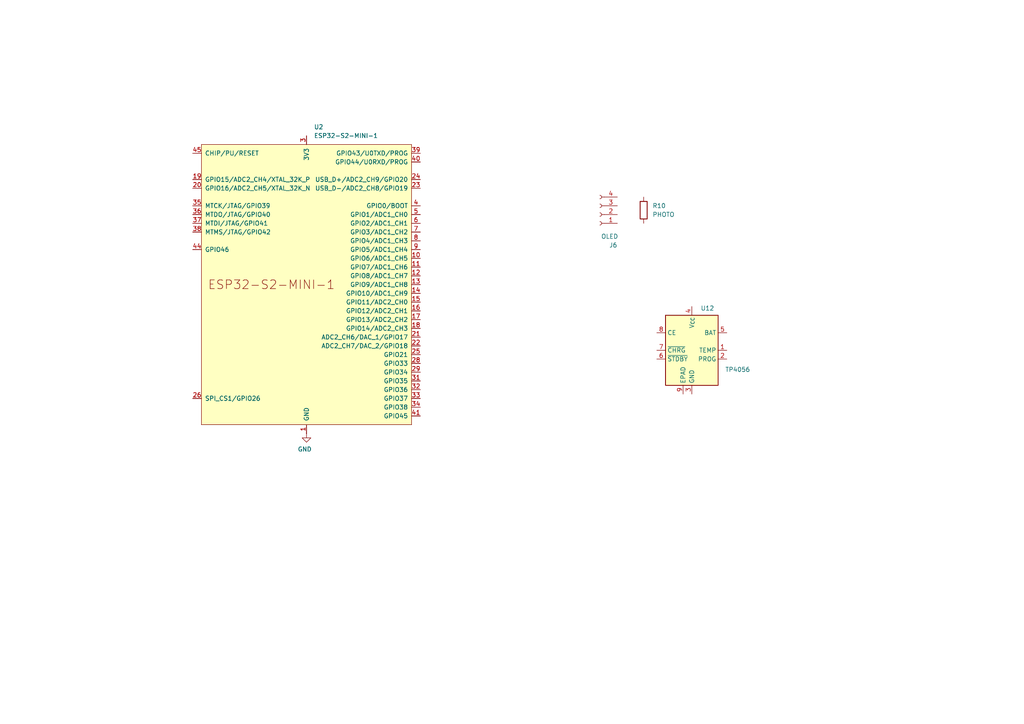
<source format=kicad_sch>
(kicad_sch (version 20250114) (generator "eeschema") (generator_version "9.0")
  (paper "A4")
  (lib_symbols
    (symbol "Battery_Management:TP4056-42-ESOP8"
      (property "Reference" "U" (at -6.604 11.684 0))
      (property "Value" "TP4056-42-ESOP8" (at 10.16 11.684 0))
      (symbol "TP4056-42-ESOP8_1_0"
        (pin input line (at -10.16 5.08 0) (length 2.54) (name "CE") (number "8"))
        (pin open_collector line (at -10.16 0 0) (length 2.54) (name "~{CHRG}") (number "7"))
        (pin open_collector line (at -10.16 -2.54 0) (length 2.54) (name "~{STDBY}") (number "6"))
        (pin passive line (at -2.54 -12.7 90) (length 2.54) (name "EPAD") (number "9"))
        (pin power_in line (at 0 12.7 270) (length 2.54) (name "V_{CC}") (number "4"))
        (pin power_in line (at 0 -12.7 90) (length 2.54) (name "GND") (number "3"))
        (pin power_out line (at 10.16 5.08 180) (length 2.54) (name "BAT") (number "5"))
        (pin input line (at 10.16 0 180) (length 2.54) (name "TEMP") (number "1"))
        (pin passive line (at 10.16 -2.54 180) (length 2.54) (name "PROG") (number "2"))
      )
      (symbol "TP4056-42-ESOP8_1_1"
        (rectangle (start -7.62 10.16) (end 7.62 -10.16) (stroke (width 0.254)) (fill (type background)))
      )
    )
    (symbol "Connector:Conn_01x04_Socket" (pin_names (offset 1.016) (hide yes))
      (property "Reference" "J" (at 0 5.08 0))
      (property "Value" "Conn_01x04_Socket" (at 0 -7.62 0))
      (symbol "Conn_01x04_Socket_1_1"
        (polyline (pts (xy -1.27 2.54) (xy -0.508 2.54)) (stroke (width 0.1524)))
        (polyline (pts (xy -1.27 0) (xy -0.508 0)) (stroke (width 0.1524)))
        (polyline (pts (xy -1.27 -2.54) (xy -0.508 -2.54)) (stroke (width 0.1524)))
        (polyline (pts (xy -1.27 -5.08) (xy -0.508 -5.08)) (stroke (width 0.1524)))
        (arc (start 0 2.032) (mid -0.5058 2.54) (end 0 3.048) (stroke (width 0.1524)))
        (arc (start 0 -0.508) (mid -0.5058 0) (end 0 0.508) (stroke (width 0.1524)))
        (arc (start 0 -3.048) (mid -0.5058 -2.54) (end 0 -2.032) (stroke (width 0.1524)))
        (arc (start 0 -5.588) (mid -0.5058 -5.08) (end 0 -4.572) (stroke (width 0.1524)))
        (pin passive line (at -5.08 2.54 0) (length 3.81) (name "Pin_1") (number "1"))
        (pin passive line (at -5.08 0 0) (length 3.81) (name "Pin_2") (number "2"))
        (pin passive line (at -5.08 -2.54 0) (length 3.81) (name "Pin_3") (number "3"))
        (pin passive line (at -5.08 -5.08 0) (length 3.81) (name "Pin_4") (number "4"))
      )
    )
    (symbol "Device:R" (pin_numbers (hide yes)) (pin_names (offset 0))
      (property "Reference" "R" (at 2.032 0 90))
      (property "Value" "R" (at 0 0 90))
      (symbol "R_0_1"
        (rectangle (start -1.016 -2.54) (end 1.016 2.54) (stroke (width 0.254)))
      )
      (symbol "R_1_1"
        (pin passive line (at 0 3.81 270) (length 1.27) (name "~") (number "1"))
        (pin passive line (at 0 -3.81 90) (length 1.27) (name "~") (number "2"))
      )
    )
    (symbol "Espressif:ESP32-S2-MINI-1" (pin_names (offset 1.016))
      (property "Reference" "U" (at -30.48 45.72 0))
      (property "Value" "ESP32-S2-MINI-1" (at -30.48 43.18 0))
      (symbol "ESP32-S2-MINI-1_0_0"
        (pin bidirectional line (at -33.02 38.1 0) (length 2.54) (name "CHIP/PU/RESET") (number "45"))
        (pin input line (at -33.02 10.16 0) (length 2.54) (name "GPIO46") (number "44"))
        (pin power_in line (at 0 -43.18 90) (length 2.54) (name "GND") (number "1"))
        (pin passive line (at 0 -43.18 90) (length 2.54) (hide yes) (name "GND") (number "43"))
        (pin passive line (at 0 -43.18 90) (length 2.54) (hide yes) (name "GND") (number "46"))
        (pin passive line (at 0 -43.18 90) (length 2.54) (hide yes) (name "GND") (number "47"))
        (pin passive line (at 0 -43.18 90) (length 2.54) (hide yes) (name "GND") (number "48"))
        (pin passive line (at 0 -43.18 90) (length 2.54) (hide yes) (name "GND") (number "49"))
        (pin passive line (at 0 -43.18 90) (length 2.54) (hide yes) (name "GND") (number "50"))
        (pin passive line (at 0 -43.18 90) (length 2.54) (hide yes) (name "GND") (number "51"))
        (pin passive line (at 0 -43.18 90) (length 2.54) (hide yes) (name "GND") (number "52"))
        (pin passive line (at 0 -43.18 90) (length 2.54) (hide yes) (name "GND") (number "53"))
        (pin passive line (at 0 -43.18 90) (length 2.54) (hide yes) (name "GND") (number "54"))
        (pin passive line (at 0 -43.18 90) (length 2.54) (hide yes) (name "GND") (number "55"))
        (pin passive line (at 0 -43.18 90) (length 2.54) (hide yes) (name "GND") (number "56"))
        (pin passive line (at 0 -43.18 90) (length 2.54) (hide yes) (name "GND") (number "57"))
        (pin passive line (at 0 -43.18 90) (length 2.54) (hide yes) (name "GND") (number "58"))
        (pin passive line (at 0 -43.18 90) (length 2.54) (hide yes) (name "GND") (number "59"))
        (pin passive line (at 0 -43.18 90) (length 2.54) (hide yes) (name "GND") (number "60"))
        (pin passive line (at 0 -43.18 90) (length 2.54) (hide yes) (name "GND") (number "61"))
        (pin passive line (at 0 -43.18 90) (length 2.54) (hide yes) (name "GND") (number "62"))
        (pin passive line (at 0 -43.18 90) (length 2.54) (hide yes) (name "GND") (number "63"))
        (pin passive line (at 0 -43.18 90) (length 2.54) (hide yes) (name "GND") (number "64"))
        (pin passive line (at 0 -43.18 90) (length 2.54) (hide yes) (name "GND") (number "65"))
      )
      (symbol "ESP32-S2-MINI-1_0_1"
        (rectangle (start -30.48 40.64) (end 30.48 -40.64) (fill (type background)))
      )
      (symbol "ESP32-S2-MINI-1_1_1"
        (text "ESP32-S2-MINI-1" (at -10.16 0 0) (effects (font (size 2.54 2.54))))
        (pin bidirectional line (at -33.02 30.48 0) (length 2.54) (name "GPIO15/ADC2_CH4/XTAL_32K_P") (number "19"))
        (pin bidirectional line (at -33.02 27.94 0) (length 2.54) (name "GPIO16/ADC2_CH5/XTAL_32K_N") (number "20"))
        (pin bidirectional line (at -33.02 22.86 0) (length 2.54) (name "MTCK/JTAG/GPIO39") (number "35"))
        (pin bidirectional line (at -33.02 20.32 0) (length 2.54) (name "MTDO/JTAG/GPIO40") (number "36"))
        (pin bidirectional line (at -33.02 17.78 0) (length 2.54) (name "MTDI/JTAG/GPIO41") (number "37"))
        (pin bidirectional line (at -33.02 15.24 0) (length 2.54) (name "MTMS/JTAG/GPIO42") (number "38"))
        (pin bidirectional line (at -33.02 -33.02 0) (length 2.54) (name "SPI_CS1/GPIO26") (number "26"))
        (pin no_connect line (at -30.48 -38.1 0) (length 2.54) (hide yes) (name "NC") (number "27"))
        (pin power_in line (at 0 43.18 270) (length 2.54) (name "3V3") (number "3"))
        (pin passive line (at 0 -43.18 90) (length 2.54) (hide yes) (name "GND") (number "2"))
        (pin passive line (at 0 -43.18 90) (length 2.54) (hide yes) (name "GND") (number "30"))
        (pin passive line (at 0 -43.18 90) (length 2.54) (hide yes) (name "GND") (number "42"))
        (pin bidirectional line (at 33.02 38.1 180) (length 2.54) (name "GPIO43/U0TXD/PROG") (number "39"))
        (pin bidirectional line (at 33.02 35.56 180) (length 2.54) (name "GPIO44/U0RXD/PROG") (number "40"))
        (pin bidirectional line (at 33.02 30.48 180) (length 2.54) (name "USB_D+/ADC2_CH9/GPIO20") (number "24"))
        (pin bidirectional line (at 33.02 27.94 180) (length 2.54) (name "USB_D-/ADC2_CH8/GPIO19") (number "23"))
        (pin bidirectional line (at 33.02 22.86 180) (length 2.54) (name "GPIO0/BOOT") (number "4"))
        (pin bidirectional line (at 33.02 20.32 180) (length 2.54) (name "GPIO1/ADC1_CH0") (number "5"))
        (pin bidirectional line (at 33.02 17.78 180) (length 2.54) (name "GPIO2/ADC1_CH1") (number "6"))
        (pin bidirectional line (at 33.02 15.24 180) (length 2.54) (name "GPIO3/ADC1_CH2") (number "7"))
        (pin bidirectional line (at 33.02 12.7 180) (length 2.54) (name "GPIO4/ADC1_CH3") (number "8"))
        (pin bidirectional line (at 33.02 10.16 180) (length 2.54) (name "GPIO5/ADC1_CH4") (number "9"))
        (pin bidirectional line (at 33.02 7.62 180) (length 2.54) (name "GPIO6/ADC1_CH5") (number "10"))
        (pin bidirectional line (at 33.02 5.08 180) (length 2.54) (name "GPIO7/ADC1_CH6") (number "11"))
        (pin bidirectional line (at 33.02 2.54 180) (length 2.54) (name "GPIO8/ADC1_CH7") (number "12"))
        (pin bidirectional line (at 33.02 0 180) (length 2.54) (name "GPIO9/ADC1_CH8") (number "13"))
        (pin bidirectional line (at 33.02 -2.54 180) (length 2.54) (name "GPIO10/ADC1_CH9") (number "14"))
        (pin bidirectional line (at 33.02 -5.08 180) (length 2.54) (name "GPIO11/ADC2_CH0") (number "15"))
        (pin bidirectional line (at 33.02 -7.62 180) (length 2.54) (name "GPIO12/ADC2_CH1") (number "16"))
        (pin bidirectional line (at 33.02 -10.16 180) (length 2.54) (name "GPIO13/ADC2_CH2") (number "17"))
        (pin bidirectional line (at 33.02 -12.7 180) (length 2.54) (name "GPIO14/ADC2_CH3") (number "18"))
        (pin bidirectional line (at 33.02 -15.24 180) (length 2.54) (name "ADC2_CH6/DAC_1/GPIO17") (number "21"))
        (pin bidirectional line (at 33.02 -17.78 180) (length 2.54) (name "ADC2_CH7/DAC_2/GPIO18") (number "22"))
        (pin bidirectional line (at 33.02 -20.32 180) (length 2.54) (name "GPIO21") (number "25"))
        (pin bidirectional line (at 33.02 -22.86 180) (length 2.54) (name "GPIO33") (number "28"))
        (pin bidirectional line (at 33.02 -25.4 180) (length 2.54) (name "GPIO34") (number "29"))
        (pin bidirectional line (at 33.02 -27.94 180) (length 2.54) (name "GPIO35") (number "31"))
        (pin bidirectional line (at 33.02 -30.48 180) (length 2.54) (name "GPIO36") (number "32"))
        (pin bidirectional line (at 33.02 -33.02 180) (length 2.54) (name "GPIO37") (number "33"))
        (pin bidirectional line (at 33.02 -35.56 180) (length 2.54) (name "GPIO38") (number "34"))
        (pin bidirectional line (at 33.02 -38.1 180) (length 2.54) (name "GPIO45") (number "41"))
      )
    )
    (symbol "power:GND" (power) (pin_numbers (hide yes)) (pin_names (offset 0) (hide yes))
      (property "Value" "GND" (at 0 -3.81 0))
      (symbol "GND_0_1"
        (polyline (pts (xy 0 0) (xy 0 -1.27) (xy 1.27 -1.27) (xy 0 -2.54) (xy -1.27 -1.27) (xy 0 -1.27)))
      )
      (symbol "GND_1_1"
        (pin power_in line (at 0 0 270) (length 0) (name "~") (number "1"))
      )
    )
  )
  (symbol (lib_id "Connector:Conn_01x04_Socket") (at 173.99 62.23 180) (unit 1)
    (property "Reference" "J6" (at 179.07 71.12 0) (effects (justify left)))
    (property "Value" "OLED" (at 179.324 68.58 0) (effects (justify left)))
    (property "Footprint" "TG9541:Display_128x64_096_I2C" (effects (hide yes)))
    (property "Description" "Generic connector, single row, 01x04, script generated" (effects (hide yes)))
  )
  (symbol (lib_id "Battery_Management:TP4056-42-ESOP8") (at 200.66 101.6 0) (unit 1)
    (property "Reference" "U12" (at 203.2 89.408 0) (effects (justify left)))
    (property "Value" "TP4056" (at 210.312 107.188 0) (effects (justify left)))
    (property "Footprint" "Package_SO:SOIC-8-1EP_3.9x4.9mm_P1.27mm_EP2.41x3.3mm_ThermalVias" (effects (hide yes)))
    (property "Datasheet" "C22451416" (effects (hide yes)))
    (property "Description" "1A Standalone Linear Li-ion/LiPo single-cell battery charger, 4.2V ±1% charge voltage, VCC = 4.0..8.0V, SOIC-8 (SOP-8)" (effects (hide yes)))
  )
  (symbol (lib_id "Device:R") (at 186.69 60.96 0) (unit 1)
    (property "Reference" "R10" (at 189.23 59.6899 0) (effects (justify left)))
    (property "Value" "PHOTO" (at 189.23 62.2299 0) (effects (justify left)))
    (property "Footprint" "Resistor_SMD:R_1210_3225Metric" (effects (hide yes)))
    (property "Datasheet" "C2904883" (effects (hide yes)))
    (property "Description" "Resistor" (effects (hide yes)))
  )
  (symbol (lib_id "power:GND") (at 88.9 125.73 0) (unit 1)
    (property "Reference" "#PWR04" (effects (hide yes)))
    (property "Value" "GND" (at 90.424 130.302 0) (effects (justify right)))
    (property "Description" "Power symbol creates a global label with name \"GND\" , ground" (effects (hide yes)))
  )
  (symbol (lib_id "Espressif:ESP32-S2-MINI-1") (at 88.9 82.55 0) (unit 1)
    (property "Reference" "U2" (at 91.0433 36.83 0) (effects (justify left)))
    (property "Value" "ESP32-S2-MINI-1" (at 91.0433 39.37 0) (effects (justify left)))
    (property "Footprint" "Espressif:ESP32-S2-MINI-1" (effects (hide yes)))
    (property "Datasheet" "https://www.espressif.com/sites/default/files/documentation/esp32-s2-mini-1_esp32-s2-mini-1u_datasheet_en.pdf" (effects (hide yes)))
    (property "Description" "ESP32-S2-MINI-1 and ESP32-S2-MINI-1U are two powerful, generic Wi-Fi MCU modules that have a rich set of peripherals. They are an ideal choice for a wide variety of application scenarios relating to Internet of Things (IoT), wearable electronics and smart home." (effects (hide yes)))
  )
)
</source>
